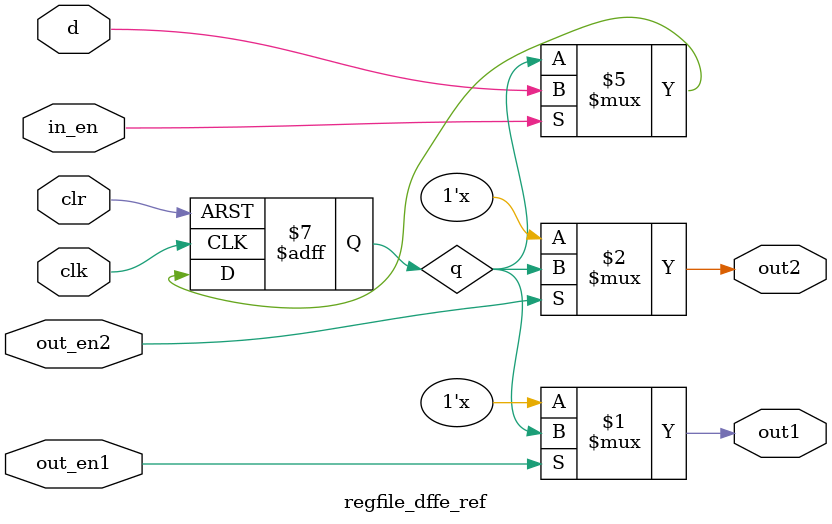
<source format=v>
module regfile_dffe_ref (out1,out2,d,clk,in_en,out_en1,out_en2,clr);
   
   //Inputs
   input d, clk, in_en, out_en1, out_en2, clr;
   
   //Output
   output out1,out2;
   //tri-state buffer. two outs, one for each read port;
   assign out1 = out_en1 ? q:1'bz;
   assign out2 = out_en2 ? q:1'bz;

   //Register
   reg q;

   //Intialize q to 0
   initial
   begin
       q = 1'b0;
   end

   //Set value of q on positive edge of the clock or clear
   always @(posedge clk or posedge clr) begin
       //If clear is high, set q to 0
       if (clr) begin
           q <= 1'b0;
       //If enable is high, set q to the value of d
       end else if (in_en) begin
           q <= d;
       end
   end
endmodule
</source>
